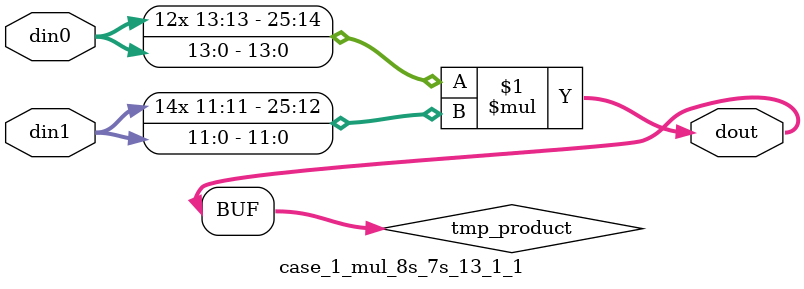
<source format=v>

`timescale 1 ns / 1 ps

 module case_1_mul_8s_7s_13_1_1(din0, din1, dout);
parameter ID = 1;
parameter NUM_STAGE = 0;
parameter din0_WIDTH = 14;
parameter din1_WIDTH = 12;
parameter dout_WIDTH = 26;

input [din0_WIDTH - 1 : 0] din0; 
input [din1_WIDTH - 1 : 0] din1; 
output [dout_WIDTH - 1 : 0] dout;

wire signed [dout_WIDTH - 1 : 0] tmp_product;



























assign tmp_product = $signed(din0) * $signed(din1);








assign dout = tmp_product;





















endmodule

</source>
